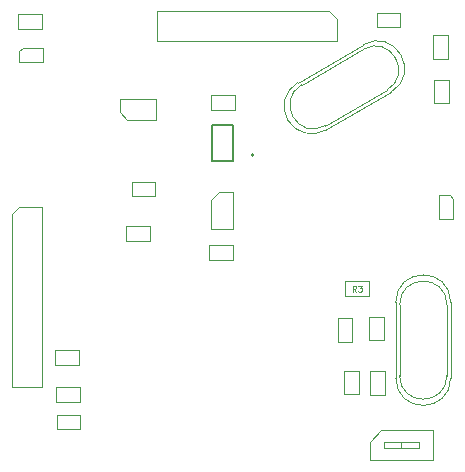
<source format=gbr>
G04 #@! TF.GenerationSoftware,KiCad,Pcbnew,5.1.7-a382d34a8~88~ubuntu18.04.1*
G04 #@! TF.CreationDate,2021-12-09T23:06:50+05:30*
G04 #@! TF.ProjectId,FrontEnd_switch_Normal_v2,46726f6e-7445-46e6-945f-737769746368,rev?*
G04 #@! TF.SameCoordinates,Original*
G04 #@! TF.FileFunction,Other,Fab,Top*
%FSLAX46Y46*%
G04 Gerber Fmt 4.6, Leading zero omitted, Abs format (unit mm)*
G04 Created by KiCad (PCBNEW 5.1.7-a382d34a8~88~ubuntu18.04.1) date 2021-12-09 23:06:50*
%MOMM*%
%LPD*%
G01*
G04 APERTURE LIST*
%ADD10C,0.200000*%
%ADD11C,0.127000*%
%ADD12C,0.100000*%
%ADD13C,0.080000*%
G04 APERTURE END LIST*
D10*
X117451000Y-92702400D02*
G75*
G03*
X117451000Y-92702400I-100000J0D01*
G01*
D11*
X113911000Y-93236400D02*
X115711000Y-93236400D01*
X113911000Y-90136400D02*
X113911000Y-93236400D01*
X115711000Y-90136400D02*
X113911000Y-90136400D01*
X115711000Y-93236400D02*
X115711000Y-90136400D01*
D12*
X133144000Y-98118100D02*
X134344000Y-98118100D01*
X133144000Y-96118100D02*
X133144000Y-98118100D01*
X134044000Y-96118100D02*
X133144000Y-96118100D01*
X134344000Y-96418100D02*
X134044000Y-96118100D01*
X134344000Y-98118100D02*
X134344000Y-96418100D01*
X99585000Y-84828900D02*
X99585000Y-83628900D01*
X97585000Y-84828900D02*
X99585000Y-84828900D01*
X97585000Y-83928900D02*
X97585000Y-84828900D01*
X97885000Y-83628900D02*
X97585000Y-83928900D01*
X99585000Y-83628900D02*
X97885000Y-83628900D01*
X115849000Y-87627300D02*
X115849000Y-88877300D01*
X115849000Y-88877300D02*
X113849000Y-88877300D01*
X113849000Y-88877300D02*
X113849000Y-87627300D01*
X113849000Y-87627300D02*
X115849000Y-87627300D01*
X115684000Y-100320000D02*
X115684000Y-101570000D01*
X115684000Y-101570000D02*
X113684000Y-101570000D01*
X113684000Y-101570000D02*
X113684000Y-100320000D01*
X113684000Y-100320000D02*
X115684000Y-100320000D01*
X127200000Y-103424000D02*
X127200000Y-104674000D01*
X127200000Y-104674000D02*
X125200000Y-104674000D01*
X125200000Y-104674000D02*
X125200000Y-103424000D01*
X125200000Y-103424000D02*
X127200000Y-103424000D01*
X132707000Y-86343600D02*
X133957000Y-86343600D01*
X133957000Y-86343600D02*
X133957000Y-88343600D01*
X133957000Y-88343600D02*
X132707000Y-88343600D01*
X132707000Y-88343600D02*
X132707000Y-86343600D01*
X109123000Y-94960300D02*
X109123000Y-96210300D01*
X109123000Y-96210300D02*
X107123000Y-96210300D01*
X107123000Y-96210300D02*
X107123000Y-94960300D01*
X107123000Y-94960300D02*
X109123000Y-94960300D01*
X102658000Y-110457000D02*
X100658000Y-110457000D01*
X102658000Y-109207000D02*
X102658000Y-110457000D01*
X100658000Y-109207000D02*
X102658000Y-109207000D01*
X100658000Y-110457000D02*
X100658000Y-109207000D01*
X102755000Y-115944000D02*
X100755000Y-115944000D01*
X102755000Y-114694000D02*
X102755000Y-115944000D01*
X100755000Y-114694000D02*
X102755000Y-114694000D01*
X100755000Y-115944000D02*
X100755000Y-114694000D01*
X129867000Y-81912600D02*
X127867000Y-81912600D01*
X129867000Y-80662600D02*
X129867000Y-81912600D01*
X127867000Y-80662600D02*
X129867000Y-80662600D01*
X127867000Y-81912600D02*
X127867000Y-80662600D01*
X108655000Y-99969500D02*
X106655000Y-99969500D01*
X108655000Y-98719500D02*
X108655000Y-99969500D01*
X106655000Y-98719500D02*
X108655000Y-98719500D01*
X106655000Y-99969500D02*
X106655000Y-98719500D01*
X126325000Y-110984000D02*
X126325000Y-112984000D01*
X125075000Y-110984000D02*
X126325000Y-110984000D01*
X125075000Y-112984000D02*
X125075000Y-110984000D01*
X126325000Y-112984000D02*
X125075000Y-112984000D01*
X124549000Y-108541000D02*
X124549000Y-106541000D01*
X125799000Y-108541000D02*
X124549000Y-108541000D01*
X125799000Y-106541000D02*
X125799000Y-108541000D01*
X124549000Y-106541000D02*
X125799000Y-106541000D01*
X128537000Y-111024000D02*
X128537000Y-113024000D01*
X127287000Y-111024000D02*
X128537000Y-111024000D01*
X127287000Y-113024000D02*
X127287000Y-111024000D01*
X128537000Y-113024000D02*
X127287000Y-113024000D01*
X127221000Y-108417000D02*
X127221000Y-106417000D01*
X128471000Y-108417000D02*
X127221000Y-108417000D01*
X128471000Y-106417000D02*
X128471000Y-108417000D01*
X127221000Y-106417000D02*
X128471000Y-106417000D01*
X102737000Y-113647000D02*
X100737000Y-113647000D01*
X102737000Y-112397000D02*
X102737000Y-113647000D01*
X100737000Y-112397000D02*
X102737000Y-112397000D01*
X100737000Y-113647000D02*
X100737000Y-112397000D01*
X132608000Y-84581200D02*
X132608000Y-82581200D01*
X133858000Y-84581200D02*
X132608000Y-84581200D01*
X133858000Y-82581200D02*
X133858000Y-84581200D01*
X132608000Y-82581200D02*
X133858000Y-82581200D01*
X99491000Y-82019300D02*
X97491000Y-82019300D01*
X99491000Y-80769300D02*
X99491000Y-82019300D01*
X97491000Y-80769300D02*
X99491000Y-80769300D01*
X97491000Y-82019300D02*
X97491000Y-80769300D01*
X123858000Y-80563700D02*
X124493000Y-81198700D01*
X109253000Y-80563700D02*
X123858000Y-80563700D01*
X109253000Y-83103700D02*
X109253000Y-80563700D01*
X124493000Y-83103700D02*
X109253000Y-83103700D01*
X124493000Y-81198700D02*
X124493000Y-83103700D01*
X128254000Y-116012000D02*
X132654000Y-116012000D01*
X132654000Y-116012000D02*
X132654000Y-118552000D01*
X132654000Y-118552000D02*
X127254000Y-118552000D01*
X127254000Y-118552000D02*
X127254000Y-117012000D01*
X127254000Y-117012000D02*
X128254000Y-116012000D01*
X128454000Y-117032000D02*
X128454000Y-117532000D01*
X128454000Y-117532000D02*
X131454000Y-117532000D01*
X131454000Y-117532000D02*
X131454000Y-117032000D01*
X131454000Y-117032000D02*
X128454000Y-117032000D01*
X129954000Y-117032000D02*
X129954000Y-117532000D01*
X106755000Y-89756800D02*
X106105000Y-89106800D01*
X106105000Y-87956800D02*
X106105000Y-89106800D01*
X106755000Y-89756800D02*
X109205000Y-89756800D01*
X109205000Y-87956800D02*
X109205000Y-89756800D01*
X106105000Y-87956800D02*
X109205000Y-87956800D01*
X115655000Y-95881900D02*
X115655000Y-98981900D01*
X115655000Y-98981900D02*
X113855000Y-98981900D01*
X113855000Y-96531900D02*
X113855000Y-98981900D01*
X115655000Y-95881900D02*
X114505000Y-95881900D01*
X113855000Y-96531900D02*
X114505000Y-95881900D01*
X129796000Y-105391000D02*
X129796000Y-111391000D01*
X133796000Y-105391000D02*
X133796000Y-111391000D01*
X129471000Y-105191000D02*
X129471000Y-111591000D01*
X134121000Y-105191000D02*
X134121000Y-111591000D01*
X129471000Y-105191000D02*
G75*
G02*
X134121000Y-105191000I2325000J0D01*
G01*
X129471000Y-111591000D02*
G75*
G03*
X134121000Y-111591000I2325000J0D01*
G01*
X129796000Y-105391000D02*
G75*
G02*
X133796000Y-105391000I2000000J0D01*
G01*
X129796000Y-111391000D02*
G75*
G03*
X133796000Y-111391000I2000000J0D01*
G01*
X121176321Y-86580691D02*
X126718883Y-83380691D01*
X123501321Y-90607709D02*
X129043883Y-87407709D01*
X121512026Y-86762149D02*
X126708178Y-83762149D01*
X123512026Y-90226251D02*
X128708178Y-87226251D01*
X128708178Y-87226251D02*
G75*
G03*
X126708178Y-83762149I-1000000J1732051D01*
G01*
X123512026Y-90226251D02*
G75*
G02*
X121512026Y-86762149I-1000000J1732051D01*
G01*
X129043883Y-87407709D02*
G75*
G03*
X126718883Y-83380691I-1162500J2013509D01*
G01*
X123501321Y-90607709D02*
G75*
G02*
X121176321Y-86580691I-1162500J2013509D01*
G01*
X96950000Y-97745000D02*
X97585000Y-97110000D01*
X96950000Y-112350000D02*
X96950000Y-97745000D01*
X99490000Y-112350000D02*
X96950000Y-112350000D01*
X99490000Y-97110000D02*
X99490000Y-112350000D01*
X97585000Y-97110000D02*
X99490000Y-97110000D01*
D13*
X126116666Y-104275190D02*
X125950000Y-104037095D01*
X125830952Y-104275190D02*
X125830952Y-103775190D01*
X126021428Y-103775190D01*
X126069047Y-103799000D01*
X126092857Y-103822809D01*
X126116666Y-103870428D01*
X126116666Y-103941857D01*
X126092857Y-103989476D01*
X126069047Y-104013285D01*
X126021428Y-104037095D01*
X125830952Y-104037095D01*
X126283333Y-103775190D02*
X126592857Y-103775190D01*
X126426190Y-103965666D01*
X126497619Y-103965666D01*
X126545238Y-103989476D01*
X126569047Y-104013285D01*
X126592857Y-104060904D01*
X126592857Y-104179952D01*
X126569047Y-104227571D01*
X126545238Y-104251380D01*
X126497619Y-104275190D01*
X126354761Y-104275190D01*
X126307142Y-104251380D01*
X126283333Y-104227571D01*
M02*

</source>
